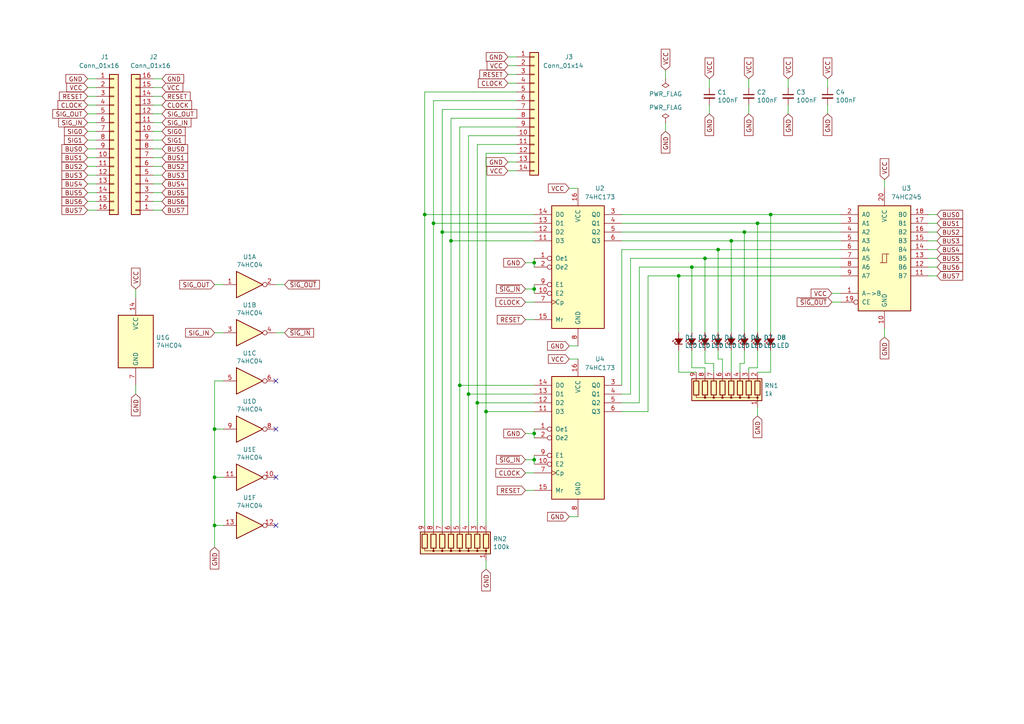
<source format=kicad_sch>
(kicad_sch (version 20230121) (generator eeschema)
  (paper "A4")
  (lib_symbols
    (symbol "74xx:74HC04"
      (property "Reference" "U" (at 0 1.27 0))
      (property "Value" "74HC04" (at 0 -1.27 0))
      (symbol "74HC04_1_0"
        (polyline (pts (xy -3.81 3.81) (xy -3.81 -3.81) (xy 3.81 0) (xy -3.81 3.81)) (stroke (width 0.254)) (fill (type background)))
        (pin input line (at -7.62 0 0) (length 3.81) (name "~") (number "1"))
        (pin output inverted (at 7.62 0 180) (length 3.81) (name "~") (number "2"))
      )
      (symbol "74HC04_2_0"
        (polyline (pts (xy -3.81 3.81) (xy -3.81 -3.81) (xy 3.81 0) (xy -3.81 3.81)) (stroke (width 0.254)) (fill (type background)))
        (pin input line (at -7.62 0 0) (length 3.81) (name "~") (number "3"))
        (pin output inverted (at 7.62 0 180) (length 3.81) (name "~") (number "4"))
      )
      (symbol "74HC04_3_0"
        (polyline (pts (xy -3.81 3.81) (xy -3.81 -3.81) (xy 3.81 0) (xy -3.81 3.81)) (stroke (width 0.254)) (fill (type background)))
        (pin input line (at -7.62 0 0) (length 3.81) (name "~") (number "5"))
        (pin output inverted (at 7.62 0 180) (length 3.81) (name "~") (number "6"))
      )
      (symbol "74HC04_4_0"
        (polyline (pts (xy -3.81 3.81) (xy -3.81 -3.81) (xy 3.81 0) (xy -3.81 3.81)) (stroke (width 0.254)) (fill (type background)))
        (pin output inverted (at 7.62 0 180) (length 3.81) (name "~") (number "8"))
        (pin input line (at -7.62 0 0) (length 3.81) (name "~") (number "9"))
      )
      (symbol "74HC04_5_0"
        (polyline (pts (xy -3.81 3.81) (xy -3.81 -3.81) (xy 3.81 0) (xy -3.81 3.81)) (stroke (width 0.254)) (fill (type background)))
        (pin output inverted (at 7.62 0 180) (length 3.81) (name "~") (number "10"))
        (pin input line (at -7.62 0 0) (length 3.81) (name "~") (number "11"))
      )
      (symbol "74HC04_6_0"
        (polyline (pts (xy -3.81 3.81) (xy -3.81 -3.81) (xy 3.81 0) (xy -3.81 3.81)) (stroke (width 0.254)) (fill (type background)))
        (pin output inverted (at 7.62 0 180) (length 3.81) (name "~") (number "12"))
        (pin input line (at -7.62 0 0) (length 3.81) (name "~") (number "13"))
      )
      (symbol "74HC04_7_0"
        (pin power_in line (at 0 12.7 270) (length 5.08) (name "VCC") (number "14"))
        (pin power_in line (at 0 -12.7 90) (length 5.08) (name "GND") (number "7"))
      )
      (symbol "74HC04_7_1"
        (rectangle (start -5.08 7.62) (end 5.08 -7.62) (stroke (width 0.254)) (fill (type background)))
      )
    )
    (symbol "74xx:74LS173" (pin_names (offset 1.016))
      (property "Reference" "U" (at -7.62 19.05 0))
      (property "Value" "74LS173" (at -7.62 -19.05 0))
      (symbol "74LS173_1_0"
        (pin input inverted (at -12.7 2.54 0) (length 5.08) (name "Oe1") (number "1"))
        (pin input inverted (at -12.7 -7.62 0) (length 5.08) (name "E2") (number "10"))
        (pin input line (at -12.7 7.62 0) (length 5.08) (name "D3") (number "11"))
        (pin input line (at -12.7 10.16 0) (length 5.08) (name "D2") (number "12"))
        (pin input line (at -12.7 12.7 0) (length 5.08) (name "D1") (number "13"))
        (pin input line (at -12.7 15.24 0) (length 5.08) (name "D0") (number "14"))
        (pin input line (at -12.7 -15.24 0) (length 5.08) (name "Mr") (number "15"))
        (pin power_in line (at 0 22.86 270) (length 5.08) (name "VCC") (number "16"))
        (pin input inverted (at -12.7 0 0) (length 5.08) (name "Oe2") (number "2"))
        (pin tri_state line (at 12.7 15.24 180) (length 5.08) (name "Q0") (number "3"))
        (pin tri_state line (at 12.7 12.7 180) (length 5.08) (name "Q1") (number "4"))
        (pin tri_state line (at 12.7 10.16 180) (length 5.08) (name "Q2") (number "5"))
        (pin tri_state line (at 12.7 7.62 180) (length 5.08) (name "Q3") (number "6"))
        (pin input clock (at -12.7 -10.16 0) (length 5.08) (name "Cp") (number "7"))
        (pin power_in line (at 0 -22.86 90) (length 5.08) (name "GND") (number "8"))
        (pin input inverted (at -12.7 -5.08 0) (length 5.08) (name "E1") (number "9"))
      )
      (symbol "74LS173_1_1"
        (rectangle (start -7.62 17.78) (end 7.62 -17.78) (stroke (width 0.254)) (fill (type background)))
      )
    )
    (symbol "74xx:74LS245" (pin_names (offset 1.016))
      (property "Reference" "U" (at -7.62 16.51 0))
      (property "Value" "74LS245" (at -7.62 -16.51 0))
      (symbol "74LS245_1_0"
        (polyline (pts (xy -0.635 -1.27) (xy -0.635 1.27) (xy 0.635 1.27)))
        (polyline (pts (xy -1.27 -1.27) (xy 0.635 -1.27) (xy 0.635 1.27) (xy 1.27 1.27)))
        (pin input line (at -12.7 -10.16 0) (length 5.08) (name "A->B") (number "1"))
        (pin power_in line (at 0 -20.32 90) (length 5.08) (name "GND") (number "10"))
        (pin tri_state line (at 12.7 -5.08 180) (length 5.08) (name "B7") (number "11"))
        (pin tri_state line (at 12.7 -2.54 180) (length 5.08) (name "B6") (number "12"))
        (pin tri_state line (at 12.7 0 180) (length 5.08) (name "B5") (number "13"))
        (pin tri_state line (at 12.7 2.54 180) (length 5.08) (name "B4") (number "14"))
        (pin tri_state line (at 12.7 5.08 180) (length 5.08) (name "B3") (number "15"))
        (pin tri_state line (at 12.7 7.62 180) (length 5.08) (name "B2") (number "16"))
        (pin tri_state line (at 12.7 10.16 180) (length 5.08) (name "B1") (number "17"))
        (pin tri_state line (at 12.7 12.7 180) (length 5.08) (name "B0") (number "18"))
        (pin input inverted (at -12.7 -12.7 0) (length 5.08) (name "CE") (number "19"))
        (pin tri_state line (at -12.7 12.7 0) (length 5.08) (name "A0") (number "2"))
        (pin power_in line (at 0 20.32 270) (length 5.08) (name "VCC") (number "20"))
        (pin tri_state line (at -12.7 10.16 0) (length 5.08) (name "A1") (number "3"))
        (pin tri_state line (at -12.7 7.62 0) (length 5.08) (name "A2") (number "4"))
        (pin tri_state line (at -12.7 5.08 0) (length 5.08) (name "A3") (number "5"))
        (pin tri_state line (at -12.7 2.54 0) (length 5.08) (name "A4") (number "6"))
        (pin tri_state line (at -12.7 0 0) (length 5.08) (name "A5") (number "7"))
        (pin tri_state line (at -12.7 -2.54 0) (length 5.08) (name "A6") (number "8"))
        (pin tri_state line (at -12.7 -5.08 0) (length 5.08) (name "A7") (number "9"))
      )
      (symbol "74LS245_1_1"
        (rectangle (start -7.62 15.24) (end 7.62 -15.24) (stroke (width 0.254)) (fill (type background)))
      )
    )
    (symbol "Connector_Generic:Conn_01x14" (pin_names (offset 1.016) hide)
      (property "Reference" "J" (at 0 17.78 0))
      (property "Value" "Conn_01x14" (at 0 -20.32 0))
      (symbol "Conn_01x14_1_1"
        (rectangle (start -1.27 -17.653) (end 0 -17.907) (stroke (width 0.1524)))
        (rectangle (start -1.27 -15.113) (end 0 -15.367) (stroke (width 0.1524)))
        (rectangle (start -1.27 -12.573) (end 0 -12.827) (stroke (width 0.1524)))
        (rectangle (start -1.27 -10.033) (end 0 -10.287) (stroke (width 0.1524)))
        (rectangle (start -1.27 -7.493) (end 0 -7.747) (stroke (width 0.1524)))
        (rectangle (start -1.27 -4.953) (end 0 -5.207) (stroke (width 0.1524)))
        (rectangle (start -1.27 -2.413) (end 0 -2.667) (stroke (width 0.1524)))
        (rectangle (start -1.27 0.127) (end 0 -0.127) (stroke (width 0.1524)))
        (rectangle (start -1.27 2.667) (end 0 2.413) (stroke (width 0.1524)))
        (rectangle (start -1.27 5.207) (end 0 4.953) (stroke (width 0.1524)))
        (rectangle (start -1.27 7.747) (end 0 7.493) (stroke (width 0.1524)))
        (rectangle (start -1.27 10.287) (end 0 10.033) (stroke (width 0.1524)))
        (rectangle (start -1.27 12.827) (end 0 12.573) (stroke (width 0.1524)))
        (rectangle (start -1.27 15.367) (end 0 15.113) (stroke (width 0.1524)))
        (rectangle (start -1.27 16.51) (end 1.27 -19.05) (stroke (width 0.254)) (fill (type background)))
        (pin passive line (at -5.08 15.24 0) (length 3.81) (name "Pin_1") (number "1"))
        (pin passive line (at -5.08 -7.62 0) (length 3.81) (name "Pin_10") (number "10"))
        (pin passive line (at -5.08 -10.16 0) (length 3.81) (name "Pin_11") (number "11"))
        (pin passive line (at -5.08 -12.7 0) (length 3.81) (name "Pin_12") (number "12"))
        (pin passive line (at -5.08 -15.24 0) (length 3.81) (name "Pin_13") (number "13"))
        (pin passive line (at -5.08 -17.78 0) (length 3.81) (name "Pin_14") (number "14"))
        (pin passive line (at -5.08 12.7 0) (length 3.81) (name "Pin_2") (number "2"))
        (pin passive line (at -5.08 10.16 0) (length 3.81) (name "Pin_3") (number "3"))
        (pin passive line (at -5.08 7.62 0) (length 3.81) (name "Pin_4") (number "4"))
        (pin passive line (at -5.08 5.08 0) (length 3.81) (name "Pin_5") (number "5"))
        (pin passive line (at -5.08 2.54 0) (length 3.81) (name "Pin_6") (number "6"))
        (pin passive line (at -5.08 0 0) (length 3.81) (name "Pin_7") (number "7"))
        (pin passive line (at -5.08 -2.54 0) (length 3.81) (name "Pin_8") (number "8"))
        (pin passive line (at -5.08 -5.08 0) (length 3.81) (name "Pin_9") (number "9"))
      )
    )
    (symbol "Connector_Generic:Conn_01x16" (pin_names (offset 1.016) hide)
      (property "Reference" "J" (at 0 20.32 0))
      (property "Value" "Conn_01x16" (at 0 -22.86 0))
      (symbol "Conn_01x16_1_1"
        (rectangle (start -1.27 -20.193) (end 0 -20.447) (stroke (width 0.1524)))
        (rectangle (start -1.27 -17.653) (end 0 -17.907) (stroke (width 0.1524)))
        (rectangle (start -1.27 -15.113) (end 0 -15.367) (stroke (width 0.1524)))
        (rectangle (start -1.27 -12.573) (end 0 -12.827) (stroke (width 0.1524)))
        (rectangle (start -1.27 -10.033) (end 0 -10.287) (stroke (width 0.1524)))
        (rectangle (start -1.27 -7.493) (end 0 -7.747) (stroke (width 0.1524)))
        (rectangle (start -1.27 -4.953) (end 0 -5.207) (stroke (width 0.1524)))
        (rectangle (start -1.27 -2.413) (end 0 -2.667) (stroke (width 0.1524)))
        (rectangle (start -1.27 0.127) (end 0 -0.127) (stroke (width 0.1524)))
        (rectangle (start -1.27 2.667) (end 0 2.413) (stroke (width 0.1524)))
        (rectangle (start -1.27 5.207) (end 0 4.953) (stroke (width 0.1524)))
        (rectangle (start -1.27 7.747) (end 0 7.493) (stroke (width 0.1524)))
        (rectangle (start -1.27 10.287) (end 0 10.033) (stroke (width 0.1524)))
        (rectangle (start -1.27 12.827) (end 0 12.573) (stroke (width 0.1524)))
        (rectangle (start -1.27 15.367) (end 0 15.113) (stroke (width 0.1524)))
        (rectangle (start -1.27 17.907) (end 0 17.653) (stroke (width 0.1524)))
        (rectangle (start -1.27 19.05) (end 1.27 -21.59) (stroke (width 0.254)) (fill (type background)))
        (pin passive line (at -5.08 17.78 0) (length 3.81) (name "Pin_1") (number "1"))
        (pin passive line (at -5.08 -5.08 0) (length 3.81) (name "Pin_10") (number "10"))
        (pin passive line (at -5.08 -7.62 0) (length 3.81) (name "Pin_11") (number "11"))
        (pin passive line (at -5.08 -10.16 0) (length 3.81) (name "Pin_12") (number "12"))
        (pin passive line (at -5.08 -12.7 0) (length 3.81) (name "Pin_13") (number "13"))
        (pin passive line (at -5.08 -15.24 0) (length 3.81) (name "Pin_14") (number "14"))
        (pin passive line (at -5.08 -17.78 0) (length 3.81) (name "Pin_15") (number "15"))
        (pin passive line (at -5.08 -20.32 0) (length 3.81) (name "Pin_16") (number "16"))
        (pin passive line (at -5.08 15.24 0) (length 3.81) (name "Pin_2") (number "2"))
        (pin passive line (at -5.08 12.7 0) (length 3.81) (name "Pin_3") (number "3"))
        (pin passive line (at -5.08 10.16 0) (length 3.81) (name "Pin_4") (number "4"))
        (pin passive line (at -5.08 7.62 0) (length 3.81) (name "Pin_5") (number "5"))
        (pin passive line (at -5.08 5.08 0) (length 3.81) (name "Pin_6") (number "6"))
        (pin passive line (at -5.08 2.54 0) (length 3.81) (name "Pin_7") (number "7"))
        (pin passive line (at -5.08 0 0) (length 3.81) (name "Pin_8") (number "8"))
        (pin passive line (at -5.08 -2.54 0) (length 3.81) (name "Pin_9") (number "9"))
      )
    )
    (symbol "Device:C_Small" (pin_numbers hide) (pin_names (offset 0.254) hide)
      (property "Reference" "C" (at 0.254 1.778 0))
      (property "Value" "C_Small" (at 0.254 -2.032 0))
      (symbol "C_Small_0_1"
        (polyline (pts (xy -1.524 -0.508) (xy 1.524 -0.508)) (stroke (width 0.3302)))
        (polyline (pts (xy -1.524 0.508) (xy 1.524 0.508)) (stroke (width 0.3048)))
      )
      (symbol "C_Small_1_1"
        (pin passive line (at 0 2.54 270) (length 2.032) (name "~") (number "1"))
        (pin passive line (at 0 -2.54 90) (length 2.032) (name "~") (number "2"))
      )
    )
    (symbol "Device:R_Network08" (pin_names (offset 0) hide)
      (property "Reference" "RN" (at -12.7 0 90))
      (property "Value" "R_Network08" (at 10.16 0 90))
      (symbol "R_Network08_0_1"
        (rectangle (start -11.43 -3.175) (end 8.89 3.175) (stroke (width 0.254)) (fill (type background)))
        (rectangle (start -10.922 1.524) (end -9.398 -2.54) (stroke (width 0.254)))
        (circle (center -10.16 2.286) (radius 0.254) (fill (type outline)))
        (rectangle (start -8.382 1.524) (end -6.858 -2.54) (stroke (width 0.254)))
        (circle (center -7.62 2.286) (radius 0.254) (fill (type outline)))
        (rectangle (start -5.842 1.524) (end -4.318 -2.54) (stroke (width 0.254)))
        (circle (center -5.08 2.286) (radius 0.254) (fill (type outline)))
        (rectangle (start -3.302 1.524) (end -1.778 -2.54) (stroke (width 0.254)))
        (circle (center -2.54 2.286) (radius 0.254) (fill (type outline)))
        (rectangle (start -0.762 1.524) (end 0.762 -2.54) (stroke (width 0.254)))
        (polyline (pts (xy -10.16 -2.54) (xy -10.16 -3.81)))
        (polyline (pts (xy -7.62 -2.54) (xy -7.62 -3.81)))
        (polyline (pts (xy -5.08 -2.54) (xy -5.08 -3.81)))
        (polyline (pts (xy -2.54 -2.54) (xy -2.54 -3.81)))
        (polyline (pts (xy 0 -2.54) (xy 0 -3.81)))
        (polyline (pts (xy 2.54 -2.54) (xy 2.54 -3.81)))
        (polyline (pts (xy 5.08 -2.54) (xy 5.08 -3.81)))
        (polyline (pts (xy 7.62 -2.54) (xy 7.62 -3.81)))
        (polyline (pts (xy -10.16 1.524) (xy -10.16 2.286) (xy -7.62 2.286) (xy -7.62 1.524)))
        (polyline (pts (xy -7.62 1.524) (xy -7.62 2.286) (xy -5.08 2.286) (xy -5.08 1.524)))
        (polyline (pts (xy -5.08 1.524) (xy -5.08 2.286) (xy -2.54 2.286) (xy -2.54 1.524)))
        (polyline (pts (xy -2.54 1.524) (xy -2.54 2.286) (xy 0 2.286) (xy 0 1.524)))
        (polyline (pts (xy 0 1.524) (xy 0 2.286) (xy 2.54 2.286) (xy 2.54 1.524)))
        (polyline (pts (xy 2.54 1.524) (xy 2.54 2.286) (xy 5.08 2.286) (xy 5.08 1.524)))
        (polyline (pts (xy 5.08 1.524) (xy 5.08 2.286) (xy 7.62 2.286) (xy 7.62 1.524)))
        (circle (center 0 2.286) (radius 0.254) (fill (type outline)))
        (rectangle (start 1.778 1.524) (end 3.302 -2.54) (stroke (width 0.254)))
        (circle (center 2.54 2.286) (radius 0.254) (fill (type outline)))
        (rectangle (start 4.318 1.524) (end 5.842 -2.54) (stroke (width 0.254)))
        (circle (center 5.08 2.286) (radius 0.254) (fill (type outline)))
        (rectangle (start 6.858 1.524) (end 8.382 -2.54) (stroke (width 0.254)))
      )
      (symbol "R_Network08_1_1"
        (pin passive line (at -10.16 5.08 270) (length 2.54) (name "common") (number "1"))
        (pin passive line (at -10.16 -5.08 90) (length 1.27) (name "R1") (number "2"))
        (pin passive line (at -7.62 -5.08 90) (length 1.27) (name "R2") (number "3"))
        (pin passive line (at -5.08 -5.08 90) (length 1.27) (name "R3") (number "4"))
        (pin passive line (at -2.54 -5.08 90) (length 1.27) (name "R4") (number "5"))
        (pin passive line (at 0 -5.08 90) (length 1.27) (name "R5") (number "6"))
        (pin passive line (at 2.54 -5.08 90) (length 1.27) (name "R6") (number "7"))
        (pin passive line (at 5.08 -5.08 90) (length 1.27) (name "R7") (number "8"))
        (pin passive line (at 7.62 -5.08 90) (length 1.27) (name "R8") (number "9"))
      )
    )
    (symbol "Input-rescue:LED_Small_ALT-Device" (pin_numbers hide) (pin_names (offset 0.254) hide)
      (property "Reference" "D" (at -1.27 3.175 0))
      (property "Value" "Device_LED_Small_ALT" (at -4.445 -2.54 0))
      (symbol "LED_Small_ALT-Device_0_1"
        (polyline (pts (xy -0.762 -1.016) (xy -0.762 1.016)) (stroke (width 0.254)))
        (polyline (pts (xy 1.016 0) (xy -0.762 0)))
        (polyline (pts (xy 0.762 -1.016) (xy -0.762 0) (xy 0.762 1.016) (xy 0.762 -1.016)) (stroke (width 0.254)) (fill (type outline)))
        (polyline (pts (xy 0 0.762) (xy -0.508 1.27) (xy -0.254 1.27) (xy -0.508 1.27) (xy -0.508 1.016)))
        (polyline (pts (xy 0.508 1.27) (xy 0 1.778) (xy 0.254 1.778) (xy 0 1.778) (xy 0 1.524)))
      )
      (symbol "LED_Small_ALT-Device_1_1"
        (pin passive line (at -2.54 0 0) (length 1.778) (name "K") (number "1"))
        (pin passive line (at 2.54 0 180) (length 1.778) (name "A") (number "2"))
      )
    )
    (symbol "power:PWR_FLAG" (power) (pin_numbers hide) (pin_names (offset 0) hide)
      (property "Value" "PWR_FLAG" (at 0 3.81 0))
      (symbol "PWR_FLAG_0_0"
        (pin power_out line (at 0 0 90) (length 0) (name "pwr") (number "1"))
      )
      (symbol "PWR_FLAG_0_1"
        (polyline (pts (xy 0 0) (xy 0 1.27) (xy -1.016 1.905) (xy 0 2.54) (xy 1.016 1.905) (xy 0 1.27)))
      )
    )
  )
  (junction (at 212.09 69.85))
  (junction (at 154.94 133.35))
  (junction (at 133.35 111.76))
  (junction (at 154.94 76.2))
  (junction (at 125.73 64.77))
  (junction (at 128.27 67.31))
  (junction (at 62.23 152.4))
  (junction (at 219.71 64.77))
  (junction (at 138.43 116.84))
  (junction (at 140.97 119.38))
  (junction (at 62.23 138.43))
  (junction (at 200.66 77.47))
  (junction (at 62.23 124.46))
  (junction (at 208.28 72.39))
  (junction (at 154.94 83.82))
  (junction (at 223.52 62.23))
  (junction (at 154.94 125.73))
  (junction (at 123.19 62.23))
  (junction (at 135.89 114.3))
  (junction (at 215.9 67.31))
  (junction (at 204.47 74.93))
  (junction (at 130.81 69.85))
  (junction (at 196.85 80.01))
  (no_connect (at 80.01 152.4))
  (no_connect (at 80.01 138.43))
  (no_connect (at 80.01 110.49))
  (no_connect (at 80.01 124.46))
  (wire (pts (xy 219.71 120.65) (xy 219.71 118.11)))
  (wire (pts (xy 149.86 49.53) (xy 147.32 49.53)))
  (wire (pts (xy 215.9 96.52) (xy 215.9 67.31)))
  (wire (pts (xy 196.85 107.95) (xy 201.93 107.95)))
  (wire (pts (xy 207.01 105.41) (xy 207.01 107.95)))
  (wire (pts (xy 215.9 67.31) (xy 243.84 67.31)))
  (wire (pts (xy 180.34 69.85) (xy 212.09 69.85)))
  (wire (pts (xy 154.94 133.35) (xy 154.94 134.62)))
  (wire (pts (xy 125.73 64.77) (xy 125.73 29.21)))
  (wire (pts (xy 25.4 43.18) (xy 27.94 43.18)))
  (wire (pts (xy 204.47 106.68) (xy 204.47 107.95)))
  (wire (pts (xy 152.4 92.71) (xy 154.94 92.71)))
  (wire (pts (xy 209.55 104.14) (xy 209.55 107.95)))
  (wire (pts (xy 25.4 58.42) (xy 27.94 58.42)))
  (wire (pts (xy 44.45 48.26) (xy 46.99 48.26)))
  (wire (pts (xy 228.6 22.86) (xy 228.6 25.4)))
  (wire (pts (xy 196.85 80.01) (xy 243.84 80.01)))
  (wire (pts (xy 256.54 52.07) (xy 256.54 54.61)))
  (wire (pts (xy 64.77 152.4) (xy 62.23 152.4)))
  (wire (pts (xy 62.23 110.49) (xy 62.23 124.46)))
  (wire (pts (xy 82.55 96.52) (xy 80.01 96.52)))
  (wire (pts (xy 135.89 114.3) (xy 135.89 152.4)))
  (wire (pts (xy 223.52 107.95) (xy 219.71 107.95)))
  (wire (pts (xy 64.77 124.46) (xy 62.23 124.46)))
  (wire (pts (xy 62.23 124.46) (xy 62.23 138.43)))
  (wire (pts (xy 180.34 116.84) (xy 185.42 116.84)))
  (wire (pts (xy 217.17 106.68) (xy 217.17 107.95)))
  (wire (pts (xy 62.23 138.43) (xy 62.23 152.4)))
  (wire (pts (xy 152.4 137.16) (xy 154.94 137.16)))
  (wire (pts (xy 214.63 105.41) (xy 214.63 107.95)))
  (wire (pts (xy 223.52 96.52) (xy 223.52 62.23)))
  (wire (pts (xy 196.85 101.6) (xy 196.85 107.95)))
  (wire (pts (xy 62.23 152.4) (xy 62.23 158.75)))
  (wire (pts (xy 269.24 69.85) (xy 271.78 69.85)))
  (wire (pts (xy 180.34 114.3) (xy 182.88 114.3)))
  (wire (pts (xy 149.86 46.99) (xy 147.32 46.99)))
  (wire (pts (xy 165.1 100.33) (xy 167.64 100.33)))
  (wire (pts (xy 123.19 62.23) (xy 123.19 152.4)))
  (wire (pts (xy 149.86 19.05) (xy 147.32 19.05)))
  (wire (pts (xy 152.4 83.82) (xy 154.94 83.82)))
  (wire (pts (xy 208.28 72.39) (xy 243.84 72.39)))
  (wire (pts (xy 123.19 62.23) (xy 123.19 26.67)))
  (wire (pts (xy 204.47 105.41) (xy 207.01 105.41)))
  (wire (pts (xy 182.88 74.93) (xy 204.47 74.93)))
  (wire (pts (xy 182.88 114.3) (xy 182.88 74.93)))
  (wire (pts (xy 200.66 106.68) (xy 204.47 106.68)))
  (wire (pts (xy 208.28 96.52) (xy 208.28 72.39)))
  (wire (pts (xy 154.94 133.35) (xy 154.94 132.08)))
  (wire (pts (xy 180.34 72.39) (xy 208.28 72.39)))
  (wire (pts (xy 208.28 101.6) (xy 208.28 104.14)))
  (wire (pts (xy 223.52 101.6) (xy 223.52 107.95)))
  (wire (pts (xy 25.4 40.64) (xy 27.94 40.64)))
  (wire (pts (xy 256.54 97.79) (xy 256.54 95.25)))
  (wire (pts (xy 269.24 80.01) (xy 271.78 80.01)))
  (wire (pts (xy 152.4 133.35) (xy 154.94 133.35)))
  (wire (pts (xy 64.77 110.49) (xy 62.23 110.49)))
  (wire (pts (xy 44.45 22.86) (xy 46.99 22.86)))
  (wire (pts (xy 219.71 64.77) (xy 243.84 64.77)))
  (wire (pts (xy 217.17 22.86) (xy 217.17 25.4)))
  (wire (pts (xy 25.4 55.88) (xy 27.94 55.88)))
  (wire (pts (xy 44.45 30.48) (xy 46.99 30.48)))
  (wire (pts (xy 44.45 35.56) (xy 46.99 35.56)))
  (wire (pts (xy 133.35 36.83) (xy 133.35 111.76)))
  (wire (pts (xy 219.71 96.52) (xy 219.71 64.77)))
  (wire (pts (xy 185.42 116.84) (xy 185.42 77.47)))
  (wire (pts (xy 187.96 80.01) (xy 196.85 80.01)))
  (wire (pts (xy 269.24 72.39) (xy 271.78 72.39)))
  (wire (pts (xy 25.4 27.94) (xy 27.94 27.94)))
  (wire (pts (xy 62.23 82.55) (xy 64.77 82.55)))
  (wire (pts (xy 140.97 119.38) (xy 140.97 152.4)))
  (wire (pts (xy 219.71 106.68) (xy 217.17 106.68)))
  (wire (pts (xy 223.52 62.23) (xy 243.84 62.23)))
  (wire (pts (xy 128.27 67.31) (xy 128.27 152.4)))
  (wire (pts (xy 149.86 16.51) (xy 147.32 16.51)))
  (wire (pts (xy 215.9 105.41) (xy 214.63 105.41)))
  (wire (pts (xy 193.04 38.1) (xy 193.04 35.56)))
  (wire (pts (xy 133.35 36.83) (xy 149.86 36.83)))
  (wire (pts (xy 205.74 22.86) (xy 205.74 25.4)))
  (wire (pts (xy 165.1 104.14) (xy 167.64 104.14)))
  (wire (pts (xy 204.47 96.52) (xy 204.47 74.93)))
  (wire (pts (xy 180.34 62.23) (xy 223.52 62.23)))
  (wire (pts (xy 154.94 83.82) (xy 154.94 85.09)))
  (wire (pts (xy 128.27 31.75) (xy 149.86 31.75)))
  (wire (pts (xy 154.94 76.2) (xy 154.94 74.93)))
  (wire (pts (xy 138.43 116.84) (xy 138.43 152.4)))
  (wire (pts (xy 212.09 69.85) (xy 243.84 69.85)))
  (wire (pts (xy 241.3 87.63) (xy 243.84 87.63)))
  (wire (pts (xy 128.27 67.31) (xy 154.94 67.31)))
  (wire (pts (xy 25.4 45.72) (xy 27.94 45.72)))
  (wire (pts (xy 149.86 39.37) (xy 135.89 39.37)))
  (wire (pts (xy 25.4 33.02) (xy 27.94 33.02)))
  (wire (pts (xy 200.66 77.47) (xy 243.84 77.47)))
  (wire (pts (xy 125.73 64.77) (xy 154.94 64.77)))
  (wire (pts (xy 135.89 114.3) (xy 154.94 114.3)))
  (wire (pts (xy 205.74 33.02) (xy 205.74 30.48)))
  (wire (pts (xy 152.4 142.24) (xy 154.94 142.24)))
  (wire (pts (xy 25.4 38.1) (xy 27.94 38.1)))
  (wire (pts (xy 44.45 58.42) (xy 46.99 58.42)))
  (wire (pts (xy 219.71 101.6) (xy 219.71 106.68)))
  (wire (pts (xy 25.4 22.86) (xy 27.94 22.86)))
  (wire (pts (xy 62.23 96.52) (xy 64.77 96.52)))
  (wire (pts (xy 180.34 64.77) (xy 219.71 64.77)))
  (wire (pts (xy 25.4 53.34) (xy 27.94 53.34)))
  (wire (pts (xy 44.45 45.72) (xy 46.99 45.72)))
  (wire (pts (xy 25.4 25.4) (xy 27.94 25.4)))
  (wire (pts (xy 140.97 119.38) (xy 154.94 119.38)))
  (wire (pts (xy 204.47 101.6) (xy 204.47 105.41)))
  (wire (pts (xy 152.4 87.63) (xy 154.94 87.63)))
  (wire (pts (xy 228.6 33.02) (xy 228.6 30.48)))
  (wire (pts (xy 149.86 44.45) (xy 140.97 44.45)))
  (wire (pts (xy 44.45 25.4) (xy 46.99 25.4)))
  (wire (pts (xy 269.24 77.47) (xy 271.78 77.47)))
  (wire (pts (xy 123.19 62.23) (xy 154.94 62.23)))
  (wire (pts (xy 44.45 27.94) (xy 46.99 27.94)))
  (wire (pts (xy 130.81 69.85) (xy 130.81 152.4)))
  (wire (pts (xy 82.55 82.55) (xy 80.01 82.55)))
  (wire (pts (xy 180.34 111.76) (xy 180.34 72.39)))
  (wire (pts (xy 64.77 138.43) (xy 62.23 138.43)))
  (wire (pts (xy 138.43 116.84) (xy 154.94 116.84)))
  (wire (pts (xy 180.34 67.31) (xy 215.9 67.31)))
  (wire (pts (xy 154.94 127) (xy 154.94 125.73)))
  (wire (pts (xy 212.09 101.6) (xy 212.09 107.95)))
  (wire (pts (xy 200.66 96.52) (xy 200.66 77.47)))
  (wire (pts (xy 200.66 101.6) (xy 200.66 106.68)))
  (wire (pts (xy 187.96 119.38) (xy 187.96 80.01)))
  (wire (pts (xy 44.45 50.8) (xy 46.99 50.8)))
  (wire (pts (xy 133.35 111.76) (xy 154.94 111.76)))
  (wire (pts (xy 212.09 96.52) (xy 212.09 69.85)))
  (wire (pts (xy 44.45 38.1) (xy 46.99 38.1)))
  (wire (pts (xy 25.4 30.48) (xy 27.94 30.48)))
  (wire (pts (xy 241.3 85.09) (xy 243.84 85.09)))
  (wire (pts (xy 269.24 74.93) (xy 271.78 74.93)))
  (wire (pts (xy 217.17 33.02) (xy 217.17 30.48)))
  (wire (pts (xy 123.19 26.67) (xy 149.86 26.67)))
  (wire (pts (xy 154.94 77.47) (xy 154.94 76.2)))
  (wire (pts (xy 165.1 149.86) (xy 167.64 149.86)))
  (wire (pts (xy 44.45 60.96) (xy 46.99 60.96)))
  (wire (pts (xy 140.97 44.45) (xy 140.97 119.38)))
  (wire (pts (xy 208.28 104.14) (xy 209.55 104.14)))
  (wire (pts (xy 193.04 20.32) (xy 193.04 22.86)))
  (wire (pts (xy 138.43 41.91) (xy 138.43 116.84)))
  (wire (pts (xy 135.89 39.37) (xy 135.89 114.3)))
  (wire (pts (xy 165.1 54.61) (xy 167.64 54.61)))
  (wire (pts (xy 215.9 101.6) (xy 215.9 105.41)))
  (wire (pts (xy 269.24 62.23) (xy 271.78 62.23)))
  (wire (pts (xy 269.24 67.31) (xy 271.78 67.31)))
  (wire (pts (xy 240.03 22.86) (xy 240.03 25.4)))
  (wire (pts (xy 149.86 34.29) (xy 130.81 34.29)))
  (wire (pts (xy 25.4 48.26) (xy 27.94 48.26)))
  (wire (pts (xy 25.4 50.8) (xy 27.94 50.8)))
  (wire (pts (xy 196.85 96.52) (xy 196.85 80.01)))
  (wire (pts (xy 204.47 74.93) (xy 243.84 74.93)))
  (wire (pts (xy 44.45 43.18) (xy 46.99 43.18)))
  (wire (pts (xy 133.35 111.76) (xy 133.35 152.4)))
  (wire (pts (xy 152.4 76.2) (xy 154.94 76.2)))
  (wire (pts (xy 140.97 162.56) (xy 140.97 165.1)))
  (wire (pts (xy 130.81 69.85) (xy 154.94 69.85)))
  (wire (pts (xy 154.94 83.82) (xy 154.94 82.55)))
  (wire (pts (xy 39.37 114.3) (xy 39.37 111.76)))
  (wire (pts (xy 44.45 33.02) (xy 46.99 33.02)))
  (wire (pts (xy 180.34 119.38) (xy 187.96 119.38)))
  (wire (pts (xy 25.4 35.56) (xy 27.94 35.56)))
  (wire (pts (xy 269.24 64.77) (xy 271.78 64.77)))
  (wire (pts (xy 149.86 24.13) (xy 147.32 24.13)))
  (wire (pts (xy 154.94 125.73) (xy 154.94 124.46)))
  (wire (pts (xy 185.42 77.47) (xy 200.66 77.47)))
  (wire (pts (xy 44.45 55.88) (xy 46.99 55.88)))
  (wire (pts (xy 125.73 29.21) (xy 149.86 29.21)))
  (wire (pts (xy 39.37 83.82) (xy 39.37 86.36)))
  (wire (pts (xy 44.45 40.64) (xy 46.99 40.64)))
  (wire (pts (xy 130.81 34.29) (xy 130.81 69.85)))
  (wire (pts (xy 25.4 60.96) (xy 27.94 60.96)))
  (wire (pts (xy 128.27 67.31) (xy 128.27 31.75)))
  (wire (pts (xy 44.45 53.34) (xy 46.99 53.34)))
  (wire (pts (xy 149.86 21.59) (xy 147.32 21.59)))
  (wire (pts (xy 240.03 33.02) (xy 240.03 30.48)))
  (wire (pts (xy 138.43 41.91) (xy 149.86 41.91)))
  (wire (pts (xy 125.73 64.77) (xy 125.73 152.4)))
  (wire (pts (xy 152.4 125.73) (xy 154.94 125.73)))
  (global_label "BUS1" (shape input) (at 46.99 45.72 0) (property "Intersheetrefs" "${INTERSHEET_REFS}" (effects hide)))
  (global_label "VCC" (shape input) (at 256.54 52.07 90) (property "Intersheetrefs" "${INTERSHEET_REFS}" (effects hide)))
  (global_label "GND" (shape input) (at 219.71 120.65 270) (property "Intersheetrefs" "${INTERSHEET_REFS}" (effects hide)))
  (global_label "VCC" (shape input) (at 205.74 22.86 90) (property "Intersheetrefs" "${INTERSHEET_REFS}" (effects hide)))
  (global_label "RESET" (shape input) (at 46.99 27.94 0) (property "Intersheetrefs" "${INTERSHEET_REFS}" (effects hide)))
  (global_label "BUS7" (shape input) (at 271.78 80.01 0) (property "Intersheetrefs" "${INTERSHEET_REFS}" (effects hide)))
  (global_label "BUS7" (shape input) (at 46.99 60.96 0) (property "Intersheetrefs" "${INTERSHEET_REFS}" (effects hide)))
  (global_label "BUS3" (shape input) (at 46.99 50.8 0) (property "Intersheetrefs" "${INTERSHEET_REFS}" (effects hide)))
  (global_label "VCC" (shape input) (at 147.32 19.05 180) (property "Intersheetrefs" "${INTERSHEET_REFS}" (effects hide)))
  (global_label "GND" (shape input) (at 165.1 149.86 180) (property "Intersheetrefs" "${INTERSHEET_REFS}" (effects hide)))
  (global_label "VCC" (shape input) (at 193.04 20.32 90) (property "Intersheetrefs" "${INTERSHEET_REFS}" (effects hide)))
  (global_label "RESET" (shape input) (at 152.4 142.24 180) (property "Intersheetrefs" "${INTERSHEET_REFS}" (effects hide)))
  (global_label "SIG1" (shape input) (at 25.4 40.64 180) (property "Intersheetrefs" "${INTERSHEET_REFS}" (effects hide)))
  (global_label "RESET" (shape input) (at 147.32 21.59 180) (property "Intersheetrefs" "${INTERSHEET_REFS}" (effects hide)))
  (global_label "BUS4" (shape input) (at 46.99 53.34 0) (property "Intersheetrefs" "${INTERSHEET_REFS}" (effects hide)))
  (global_label "GND" (shape input) (at 256.54 97.79 270) (property "Intersheetrefs" "${INTERSHEET_REFS}" (effects hide)))
  (global_label "BUS1" (shape input) (at 25.4 45.72 180) (property "Intersheetrefs" "${INTERSHEET_REFS}" (effects hide)))
  (global_label "RESET" (shape input) (at 25.4 27.94 180) (property "Intersheetrefs" "${INTERSHEET_REFS}" (effects hide)))
  (global_label "BUS2" (shape input) (at 46.99 48.26 0) (property "Intersheetrefs" "${INTERSHEET_REFS}" (effects hide)))
  (global_label "BUS6" (shape input) (at 271.78 77.47 0) (property "Intersheetrefs" "${INTERSHEET_REFS}" (effects hide)))
  (global_label "RESET" (shape input) (at 152.4 92.71 180) (property "Intersheetrefs" "${INTERSHEET_REFS}" (effects hide)))
  (global_label "GND" (shape input) (at 39.37 114.3 270) (property "Intersheetrefs" "${INTERSHEET_REFS}" (effects hide)))
  (global_label "VCC" (shape input) (at 228.6 22.86 90) (property "Intersheetrefs" "${INTERSHEET_REFS}" (effects hide)))
  (global_label "~{SIG_IN}" (shape input) (at 82.55 96.52 0) (property "Intersheetrefs" "${INTERSHEET_REFS}" (effects hide)))
  (global_label "VCC" (shape input) (at 46.99 25.4 0) (property "Intersheetrefs" "${INTERSHEET_REFS}" (effects hide)))
  (global_label "BUS5" (shape input) (at 46.99 55.88 0) (property "Intersheetrefs" "${INTERSHEET_REFS}" (effects hide)))
  (global_label "BUS7" (shape input) (at 25.4 60.96 180) (property "Intersheetrefs" "${INTERSHEET_REFS}" (effects hide)))
  (global_label "GND" (shape input) (at 205.74 33.02 270) (property "Intersheetrefs" "${INTERSHEET_REFS}" (effects hide)))
  (global_label "SIG1" (shape input) (at 46.99 40.64 0) (property "Intersheetrefs" "${INTERSHEET_REFS}" (effects hide)))
  (global_label "GND" (shape input) (at 140.97 165.1 270) (property "Intersheetrefs" "${INTERSHEET_REFS}" (effects hide)))
  (global_label "SIG_OUT" (shape input) (at 46.99 33.02 0) (property "Intersheetrefs" "${INTERSHEET_REFS}" (effects hide)))
  (global_label "BUS5" (shape input) (at 25.4 55.88 180) (property "Intersheetrefs" "${INTERSHEET_REFS}" (effects hide)))
  (global_label "VCC" (shape input) (at 147.32 49.53 180) (property "Intersheetrefs" "${INTERSHEET_REFS}" (effects hide)))
  (global_label "GND" (shape input) (at 193.04 38.1 270) (property "Intersheetrefs" "${INTERSHEET_REFS}" (effects hide)))
  (global_label "~{SIG_OUT}" (shape input) (at 82.55 82.55 0) (property "Intersheetrefs" "${INTERSHEET_REFS}" (effects hide)))
  (global_label "BUS2" (shape input) (at 271.78 67.31 0) (property "Intersheetrefs" "${INTERSHEET_REFS}" (effects hide)))
  (global_label "VCC" (shape input) (at 25.4 25.4 180) (property "Intersheetrefs" "${INTERSHEET_REFS}" (effects hide)))
  (global_label "GND" (shape input) (at 147.32 16.51 180) (property "Intersheetrefs" "${INTERSHEET_REFS}" (effects hide)))
  (global_label "BUS4" (shape input) (at 25.4 53.34 180) (property "Intersheetrefs" "${INTERSHEET_REFS}" (effects hide)))
  (global_label "CLOCK" (shape input) (at 152.4 87.63 180) (property "Intersheetrefs" "${INTERSHEET_REFS}" (effects hide)))
  (global_label "~{SIG_IN}" (shape input) (at 152.4 133.35 180) (property "Intersheetrefs" "${INTERSHEET_REFS}" (effects hide)))
  (global_label "GND" (shape input) (at 62.23 158.75 270) (property "Intersheetrefs" "${INTERSHEET_REFS}" (effects hide)))
  (global_label "SIG_IN" (shape input) (at 62.23 96.52 180) (property "Intersheetrefs" "${INTERSHEET_REFS}" (effects hide)))
  (global_label "CLOCK" (shape input) (at 147.32 24.13 180) (property "Intersheetrefs" "${INTERSHEET_REFS}" (effects hide)))
  (global_label "CLOCK" (shape input) (at 25.4 30.48 180) (property "Intersheetrefs" "${INTERSHEET_REFS}" (effects hide)))
  (global_label "CLOCK" (shape input) (at 46.99 30.48 0) (property "Intersheetrefs" "${INTERSHEET_REFS}" (effects hide)))
  (global_label "BUS3" (shape input) (at 25.4 50.8 180) (property "Intersheetrefs" "${INTERSHEET_REFS}" (effects hide)))
  (global_label "GND" (shape input) (at 228.6 33.02 270) (property "Intersheetrefs" "${INTERSHEET_REFS}" (effects hide)))
  (global_label "BUS2" (shape input) (at 25.4 48.26 180) (property "Intersheetrefs" "${INTERSHEET_REFS}" (effects hide)))
  (global_label "GND" (shape input) (at 152.4 125.73 180) (property "Intersheetrefs" "${INTERSHEET_REFS}" (effects hide)))
  (global_label "GND" (shape input) (at 217.17 33.02 270) (property "Intersheetrefs" "${INTERSHEET_REFS}" (effects hide)))
  (global_label "BUS6" (shape input) (at 25.4 58.42 180) (property "Intersheetrefs" "${INTERSHEET_REFS}" (effects hide)))
  (global_label "SIG_IN" (shape input) (at 46.99 35.56 0) (property "Intersheetrefs" "${INTERSHEET_REFS}" (effects hide)))
  (global_label "GND" (shape input) (at 240.03 33.02 270) (property "Intersheetrefs" "${INTERSHEET_REFS}" (effects hide)))
  (global_label "VCC" (shape input) (at 165.1 104.14 180) (property "Intersheetrefs" "${INTERSHEET_REFS}" (effects hide)))
  (global_label "BUS4" (shape input) (at 271.78 72.39 0) (property "Intersheetrefs" "${INTERSHEET_REFS}" (effects hide)))
  (global_label "~{SIG_IN}" (shape input) (at 152.4 83.82 180) (property "Intersheetrefs" "${INTERSHEET_REFS}" (effects hide)))
  (global_label "BUS5" (shape input) (at 271.78 74.93 0) (property "Intersheetrefs" "${INTERSHEET_REFS}" (effects hide)))
  (global_label "GND" (shape input) (at 152.4 76.2 180) (property "Intersheetrefs" "${INTERSHEET_REFS}" (effects hide)))
  (global_label "GND" (shape input) (at 147.32 46.99 180) (property "Intersheetrefs" "${INTERSHEET_REFS}" (effects hide)))
  (global_label "SIG_IN" (shape input) (at 25.4 35.56 180) (property "Intersheetrefs" "${INTERSHEET_REFS}" (effects hide)))
  (global_label "SIG0" (shape input) (at 46.99 38.1 0) (property "Intersheetrefs" "${INTERSHEET_REFS}" (effects hide)))
  (global_label "VCC" (shape input) (at 217.17 22.86 90) (property "Intersheetrefs" "${INTERSHEET_REFS}" (effects hide)))
  (global_label "~{SIG_OUT}" (shape input) (at 241.3 87.63 180) (property "Intersheetrefs" "${INTERSHEET_REFS}" (effects hide)))
  (global_label "GND" (shape input) (at 46.99 22.86 0) (property "Intersheetrefs" "${INTERSHEET_REFS}" (effects hide)))
  (global_label "GND" (shape input) (at 165.1 100.33 180) (property "Intersheetrefs" "${INTERSHEET_REFS}" (effects hide)))
  (global_label "BUS0" (shape input) (at 46.99 43.18 0) (property "Intersheetrefs" "${INTERSHEET_REFS}" (effects hide)))
  (global_label "SIG_OUT" (shape input) (at 62.23 82.55 180) (property "Intersheetrefs" "${INTERSHEET_REFS}" (effects hide)))
  (global_label "VCC" (shape input) (at 165.1 54.61 180) (property "Intersheetrefs" "${INTERSHEET_REFS}" (effects hide)))
  (global_label "BUS0" (shape input) (at 25.4 43.18 180) (property "Intersheetrefs" "${INTERSHEET_REFS}" (effects hide)))
  (global_label "SIG_OUT" (shape input) (at 25.4 33.02 180) (property "Intersheetrefs" "${INTERSHEET_REFS}" (effects hide)))
  (global_label "BUS0" (shape input) (at 271.78 62.23 0) (property "Intersheetrefs" "${INTERSHEET_REFS}" (effects hide)))
  (global_label "VCC" (shape input) (at 39.37 83.82 90) (property "Intersheetrefs" "${INTERSHEET_REFS}" (effects hide)))
  (global_label "CLOCK" (shape input) (at 152.4 137.16 180) (property "Intersheetrefs" "${INTERSHEET_REFS}" (effects hide)))
  (global_label "VCC" (shape input) (at 241.3 85.09 180) (property "Intersheetrefs" "${INTERSHEET_REFS}" (effects hide)))
  (global_label "VCC" (shape input) (at 240.03 22.86 90) (property "Intersheetrefs" "${INTERSHEET_REFS}" (effects hide)))
  (global_label "SIG0" (shape input) (at 25.4 38.1 180) (property "Intersheetrefs" "${INTERSHEET_REFS}" (effects hide)))
  (global_label "BUS3" (shape input) (at 271.78 69.85 0) (property "Intersheetrefs" "${INTERSHEET_REFS}" (effects hide)))
  (global_label "BUS6" (shape input) (at 46.99 58.42 0) (property "Intersheetrefs" "${INTERSHEET_REFS}" (effects hide)))
  (global_label "BUS1" (shape input) (at 271.78 64.77 0) (property "Intersheetrefs" "${INTERSHEET_REFS}" (effects hide)))
  (global_label "GND" (shape input) (at 25.4 22.86 180) (property "Intersheetrefs" "${INTERSHEET_REFS}" (effects hide)))
  (symbol (lib_id "Connector_Generic:Conn_01x16") (at 33.02 40.64 0) (unit 1)
    (property "Reference" "J1" (at 29.21 16.51 0) (effects (justify left)))
    (property "Value" "Conn_01x16" (at 22.86 19.05 0) (effects (justify left)))
    (property "Footprint" "Connector_PinHeader_2.54mm:PinHeader_1x16_P2.54mm_Horizontal" (effects hide))
  )
  (symbol (lib_id "Connector_Generic:Conn_01x16") (at 39.37 43.18 180) (unit 1)
    (property "Reference" "J2" (at 45.72 16.51 0) (effects (justify left)))
    (property "Value" "Conn_01x16" (at 49.53 19.05 0) (effects (justify left)))
    (property "Footprint" "Connector_PinHeader_2.54mm:PinHeader_1x16_P2.54mm_Horizontal" (effects hide))
  )
  (symbol (lib_id "Device:R_Network08") (at 209.55 113.03 180) (unit 1)
    (property "Reference" "RN1" (at 221.742 111.8616 0) (effects (justify right)))
    (property "Value" "1k" (at 221.742 114.173 0) (effects (justify right)))
    (property "Footprint" "Resistor_THT:R_Array_SIP9" (effects hide))
    (property "Datasheet" "http://www.vishay.com/docs/31509/csc.pdf" (effects hide))
  )
  (symbol (lib_id "74xx:74LS245") (at 256.54 74.93 0) (unit 1)
    (property "Reference" "U3" (at 262.89 54.61 0))
    (property "Value" "74HC245" (at 262.89 57.15 0))
    (property "Footprint" "Package_DIP:DIP-20_W7.62mm" (effects hide))
    (property "Datasheet" "http://www.ti.com/lit/gpn/sn74LS245" (effects hide))
  )
  (symbol (lib_id "Device:R_Network08") (at 130.81 157.48 180) (unit 1)
    (property "Reference" "RN2" (at 143.002 156.3116 0) (effects (justify right)))
    (property "Value" "100k" (at 143.002 158.623 0) (effects (justify right)))
    (property "Footprint" "Resistor_THT:R_Array_SIP9" (effects hide))
    (property "Datasheet" "http://www.vishay.com/docs/31509/csc.pdf" (effects hide))
  )
  (symbol (lib_id "Input-rescue:LED_Small_ALT-Device") (at 196.85 99.06 90) (unit 1)
    (property "Reference" "D1" (at 198.628 97.8916 90) (effects (justify right)))
    (property "Value" "LED" (at 198.628 100.203 90) (effects (justify right)))
    (property "Footprint" "LED_THT:LED_D3.0mm_Clear" (effects hide))
  )
  (symbol (lib_id "Input-rescue:LED_Small_ALT-Device") (at 200.66 99.06 90) (unit 1)
    (property "Reference" "D2" (at 202.438 97.8916 90) (effects (justify right)))
    (property "Value" "LED" (at 202.438 100.203 90) (effects (justify right)))
    (property "Footprint" "LED_THT:LED_D3.0mm_Clear" (effects hide))
  )
  (symbol (lib_id "Input-rescue:LED_Small_ALT-Device") (at 204.47 99.06 90) (unit 1)
    (property "Reference" "D3" (at 206.248 97.8916 90) (effects (justify right)))
    (property "Value" "LED" (at 206.248 100.203 90) (effects (justify right)))
    (property "Footprint" "LED_THT:LED_D3.0mm_Clear" (effects hide))
  )
  (symbol (lib_id "Input-rescue:LED_Small_ALT-Device") (at 208.28 99.06 90) (unit 1)
    (property "Reference" "D4" (at 210.058 97.8916 90) (effects (justify right)))
    (property "Value" "LED" (at 210.058 100.203 90) (effects (justify right)))
    (property "Footprint" "LED_THT:LED_D3.0mm_Clear" (effects hide))
  )
  (symbol (lib_id "Input-rescue:LED_Small_ALT-Device") (at 212.09 99.06 90) (unit 1)
    (property "Reference" "D5" (at 213.868 97.8916 90) (effects (justify right)))
    (property "Value" "LED" (at 213.868 100.203 90) (effects (justify right)))
    (property "Footprint" "LED_THT:LED_D3.0mm_Clear" (effects hide))
  )
  (symbol (lib_id "Input-rescue:LED_Small_ALT-Device") (at 215.9 99.06 90) (unit 1)
    (property "Reference" "D6" (at 217.678 97.8916 90) (effects (justify right)))
    (property "Value" "LED" (at 217.678 100.203 90) (effects (justify right)))
    (property "Footprint" "LED_THT:LED_D3.0mm_Clear" (effects hide))
  )
  (symbol (lib_id "Input-rescue:LED_Small_ALT-Device") (at 219.71 99.06 90) (unit 1)
    (property "Reference" "D7" (at 221.488 97.8916 90) (effects (justify right)))
    (property "Value" "LED" (at 221.488 100.203 90) (effects (justify right)))
    (property "Footprint" "LED_THT:LED_D3.0mm_Clear" (effects hide))
  )
  (symbol (lib_id "Input-rescue:LED_Small_ALT-Device") (at 223.52 99.06 90) (unit 1)
    (property "Reference" "D8" (at 225.298 97.8916 90) (effects (justify right)))
    (property "Value" "LED" (at 225.298 100.203 90) (effects (justify right)))
    (property "Footprint" "LED_THT:LED_D3.0mm_Clear" (effects hide))
  )
  (symbol (lib_id "power:PWR_FLAG") (at 193.04 22.86 180) (unit 1)
    (property "Reference" "#FLG0101" (effects hide))
    (property "Value" "PWR_FLAG" (at 193.04 27.2542 0))
  )
  (symbol (lib_id "power:PWR_FLAG") (at 193.04 35.56 0) (unit 1)
    (property "Reference" "#FLG0102" (effects hide))
    (property "Value" "PWR_FLAG" (at 193.04 31.1658 0))
  )
  (symbol (lib_id "Device:C_Small") (at 205.74 27.94 0) (unit 1)
    (property "Reference" "C1" (at 208.0768 26.7716 0) (effects (justify left)))
    (property "Value" "100nF" (at 208.0768 29.083 0) (effects (justify left)))
    (property "Footprint" "Capacitor_THT:C_Disc_D4.3mm_W1.9mm_P5.00mm" (effects hide))
  )
  (symbol (lib_id "Device:C_Small") (at 217.17 27.94 0) (unit 1)
    (property "Reference" "C2" (at 219.5068 26.7716 0) (effects (justify left)))
    (property "Value" "100nF" (at 219.5068 29.083 0) (effects (justify left)))
    (property "Footprint" "Capacitor_THT:C_Disc_D4.3mm_W1.9mm_P5.00mm" (effects hide))
  )
  (symbol (lib_id "Device:C_Small") (at 228.6 27.94 0) (unit 1)
    (property "Reference" "C3" (at 230.9368 26.7716 0) (effects (justify left)))
    (property "Value" "100nF" (at 230.9368 29.083 0) (effects (justify left)))
    (property "Footprint" "Capacitor_THT:C_Disc_D4.3mm_W1.9mm_P5.00mm" (effects hide))
  )
  (symbol (lib_id "Connector_Generic:Conn_01x14") (at 154.94 31.75 0) (unit 1)
    (property "Reference" "J3" (at 163.83 16.51 0) (effects (justify left)))
    (property "Value" "Conn_01x14" (at 157.48 19.05 0) (effects (justify left)))
    (property "Footprint" "Connector_PinSocket_2.54mm:PinSocket_1x14_P2.54mm_Vertical" (effects hide))
  )
  (symbol (lib_id "74xx:74LS173") (at 167.64 77.47 0) (unit 1)
    (property "Reference" "U2" (at 173.99 54.61 0))
    (property "Value" "74HC173" (at 173.99 57.15 0))
    (property "Footprint" "Package_DIP:DIP-16_W7.62mm" (effects hide))
    (property "Datasheet" "http://www.ti.com/lit/gpn/sn74LS173" (effects hide))
  )
  (symbol (lib_id "74xx:74LS173") (at 167.64 127 0) (unit 1)
    (property "Reference" "U4" (at 173.99 104.14 0))
    (property "Value" "74HC173" (at 173.99 106.68 0))
    (property "Footprint" "Package_DIP:DIP-16_W7.62mm" (effects hide))
    (property "Datasheet" "http://www.ti.com/lit/gpn/sn74LS173" (effects hide))
  )
  (symbol (lib_id "74xx:74HC04") (at 39.37 99.06 0) (unit 7)
    (property "Reference" "U1" (at 45.212 97.8916 0) (effects (justify left)))
    (property "Value" "74HC04" (at 45.212 100.203 0) (effects (justify left)))
    (property "Footprint" "Package_DIP:DIP-14_W7.62mm" (effects hide))
    (property "Datasheet" "https://assets.nexperia.com/documents/data-sheet/74HC_HCT04.pdf" (effects hide))
  )
  (symbol (lib_id "74xx:74HC04") (at 72.39 82.55 0) (unit 1)
    (property "Reference" "U1" (at 72.39 74.4982 0))
    (property "Value" "74HC04" (at 72.39 76.8096 0))
    (property "Footprint" "Package_DIP:DIP-14_W7.62mm" (effects hide))
    (property "Datasheet" "https://assets.nexperia.com/documents/data-sheet/74HC_HCT04.pdf" (effects hide))
  )
  (symbol (lib_id "74xx:74HC04") (at 72.39 96.52 0) (unit 2)
    (property "Reference" "U1" (at 72.39 88.4682 0))
    (property "Value" "74HC04" (at 72.39 90.7796 0))
    (property "Footprint" "Package_DIP:DIP-14_W7.62mm" (effects hide))
    (property "Datasheet" "https://assets.nexperia.com/documents/data-sheet/74HC_HCT04.pdf" (effects hide))
  )
  (symbol (lib_id "74xx:74HC04") (at 72.39 110.49 0) (unit 3)
    (property "Reference" "U1" (at 72.39 102.4382 0))
    (property "Value" "74HC04" (at 72.39 104.7496 0))
    (property "Footprint" "Package_DIP:DIP-14_W7.62mm" (effects hide))
    (property "Datasheet" "https://assets.nexperia.com/documents/data-sheet/74HC_HCT04.pdf" (effects hide))
  )
  (symbol (lib_id "74xx:74HC04") (at 72.39 124.46 0) (unit 4)
    (property "Reference" "U1" (at 72.39 116.4082 0))
    (property "Value" "74HC04" (at 72.39 118.7196 0))
    (property "Footprint" "Package_DIP:DIP-14_W7.62mm" (effects hide))
    (property "Datasheet" "https://assets.nexperia.com/documents/data-sheet/74HC_HCT04.pdf" (effects hide))
  )
  (symbol (lib_id "74xx:74HC04") (at 72.39 138.43 0) (unit 5)
    (property "Reference" "U1" (at 72.39 130.3782 0))
    (property "Value" "74HC04" (at 72.39 132.6896 0))
    (property "Footprint" "Package_DIP:DIP-14_W7.62mm" (effects hide))
    (property "Datasheet" "https://assets.nexperia.com/documents/data-sheet/74HC_HCT04.pdf" (effects hide))
  )
  (symbol (lib_id "74xx:74HC04") (at 72.39 152.4 0) (unit 6)
    (property "Reference" "U1" (at 72.39 144.3482 0))
    (property "Value" "74HC04" (at 72.39 146.6596 0))
    (property "Footprint" "Package_DIP:DIP-14_W7.62mm" (effects hide))
    (property "Datasheet" "https://assets.nexperia.com/documents/data-sheet/74HC_HCT04.pdf" (effects hide))
  )
  (symbol (lib_id "Device:C_Small") (at 240.03 27.94 0) (unit 1)
    (property "Reference" "C4" (at 242.3668 26.7716 0) (effects (justify left)))
    (property "Value" "100nF" (at 242.3668 29.083 0) (effects (justify left)))
    (property "Footprint" "Capacitor_THT:C_Disc_D4.3mm_W1.9mm_P5.00mm" (effects hide))
  )
)
</source>
